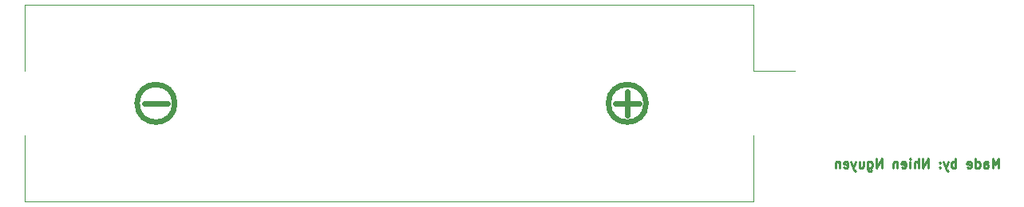
<source format=gbr>
%TF.GenerationSoftware,KiCad,Pcbnew,8.0.6*%
%TF.CreationDate,2025-01-24T00:07:20+07:00*%
%TF.ProjectId,esp_gamepad_v2,6573705f-6761-46d6-9570-61645f76322e,rev?*%
%TF.SameCoordinates,Original*%
%TF.FileFunction,Legend,Bot*%
%TF.FilePolarity,Positive*%
%FSLAX46Y46*%
G04 Gerber Fmt 4.6, Leading zero omitted, Abs format (unit mm)*
G04 Created by KiCad (PCBNEW 8.0.6) date 2025-01-24 00:07:20*
%MOMM*%
%LPD*%
G01*
G04 APERTURE LIST*
%ADD10C,0.250000*%
%ADD11C,0.120000*%
%ADD12C,0.600000*%
G04 APERTURE END LIST*
D10*
X216166666Y-125864619D02*
X216166666Y-124864619D01*
X216166666Y-124864619D02*
X215833333Y-125578904D01*
X215833333Y-125578904D02*
X215500000Y-124864619D01*
X215500000Y-124864619D02*
X215500000Y-125864619D01*
X214595238Y-125864619D02*
X214595238Y-125340809D01*
X214595238Y-125340809D02*
X214642857Y-125245571D01*
X214642857Y-125245571D02*
X214738095Y-125197952D01*
X214738095Y-125197952D02*
X214928571Y-125197952D01*
X214928571Y-125197952D02*
X215023809Y-125245571D01*
X214595238Y-125817000D02*
X214690476Y-125864619D01*
X214690476Y-125864619D02*
X214928571Y-125864619D01*
X214928571Y-125864619D02*
X215023809Y-125817000D01*
X215023809Y-125817000D02*
X215071428Y-125721761D01*
X215071428Y-125721761D02*
X215071428Y-125626523D01*
X215071428Y-125626523D02*
X215023809Y-125531285D01*
X215023809Y-125531285D02*
X214928571Y-125483666D01*
X214928571Y-125483666D02*
X214690476Y-125483666D01*
X214690476Y-125483666D02*
X214595238Y-125436047D01*
X213690476Y-125864619D02*
X213690476Y-124864619D01*
X213690476Y-125817000D02*
X213785714Y-125864619D01*
X213785714Y-125864619D02*
X213976190Y-125864619D01*
X213976190Y-125864619D02*
X214071428Y-125817000D01*
X214071428Y-125817000D02*
X214119047Y-125769380D01*
X214119047Y-125769380D02*
X214166666Y-125674142D01*
X214166666Y-125674142D02*
X214166666Y-125388428D01*
X214166666Y-125388428D02*
X214119047Y-125293190D01*
X214119047Y-125293190D02*
X214071428Y-125245571D01*
X214071428Y-125245571D02*
X213976190Y-125197952D01*
X213976190Y-125197952D02*
X213785714Y-125197952D01*
X213785714Y-125197952D02*
X213690476Y-125245571D01*
X212833333Y-125817000D02*
X212928571Y-125864619D01*
X212928571Y-125864619D02*
X213119047Y-125864619D01*
X213119047Y-125864619D02*
X213214285Y-125817000D01*
X213214285Y-125817000D02*
X213261904Y-125721761D01*
X213261904Y-125721761D02*
X213261904Y-125340809D01*
X213261904Y-125340809D02*
X213214285Y-125245571D01*
X213214285Y-125245571D02*
X213119047Y-125197952D01*
X213119047Y-125197952D02*
X212928571Y-125197952D01*
X212928571Y-125197952D02*
X212833333Y-125245571D01*
X212833333Y-125245571D02*
X212785714Y-125340809D01*
X212785714Y-125340809D02*
X212785714Y-125436047D01*
X212785714Y-125436047D02*
X213261904Y-125531285D01*
X211595237Y-125864619D02*
X211595237Y-124864619D01*
X211595237Y-125245571D02*
X211499999Y-125197952D01*
X211499999Y-125197952D02*
X211309523Y-125197952D01*
X211309523Y-125197952D02*
X211214285Y-125245571D01*
X211214285Y-125245571D02*
X211166666Y-125293190D01*
X211166666Y-125293190D02*
X211119047Y-125388428D01*
X211119047Y-125388428D02*
X211119047Y-125674142D01*
X211119047Y-125674142D02*
X211166666Y-125769380D01*
X211166666Y-125769380D02*
X211214285Y-125817000D01*
X211214285Y-125817000D02*
X211309523Y-125864619D01*
X211309523Y-125864619D02*
X211499999Y-125864619D01*
X211499999Y-125864619D02*
X211595237Y-125817000D01*
X210785713Y-125197952D02*
X210547618Y-125864619D01*
X210309523Y-125197952D02*
X210547618Y-125864619D01*
X210547618Y-125864619D02*
X210642856Y-126102714D01*
X210642856Y-126102714D02*
X210690475Y-126150333D01*
X210690475Y-126150333D02*
X210785713Y-126197952D01*
X209928570Y-125769380D02*
X209880951Y-125817000D01*
X209880951Y-125817000D02*
X209928570Y-125864619D01*
X209928570Y-125864619D02*
X209976189Y-125817000D01*
X209976189Y-125817000D02*
X209928570Y-125769380D01*
X209928570Y-125769380D02*
X209928570Y-125864619D01*
X209928570Y-125245571D02*
X209880951Y-125293190D01*
X209880951Y-125293190D02*
X209928570Y-125340809D01*
X209928570Y-125340809D02*
X209976189Y-125293190D01*
X209976189Y-125293190D02*
X209928570Y-125245571D01*
X209928570Y-125245571D02*
X209928570Y-125340809D01*
X208690475Y-125864619D02*
X208690475Y-124864619D01*
X208690475Y-124864619D02*
X208119047Y-125864619D01*
X208119047Y-125864619D02*
X208119047Y-124864619D01*
X207642856Y-125864619D02*
X207642856Y-124864619D01*
X207214285Y-125864619D02*
X207214285Y-125340809D01*
X207214285Y-125340809D02*
X207261904Y-125245571D01*
X207261904Y-125245571D02*
X207357142Y-125197952D01*
X207357142Y-125197952D02*
X207499999Y-125197952D01*
X207499999Y-125197952D02*
X207595237Y-125245571D01*
X207595237Y-125245571D02*
X207642856Y-125293190D01*
X206738094Y-125864619D02*
X206738094Y-125197952D01*
X206738094Y-124864619D02*
X206785713Y-124912238D01*
X206785713Y-124912238D02*
X206738094Y-124959857D01*
X206738094Y-124959857D02*
X206690475Y-124912238D01*
X206690475Y-124912238D02*
X206738094Y-124864619D01*
X206738094Y-124864619D02*
X206738094Y-124959857D01*
X205880952Y-125817000D02*
X205976190Y-125864619D01*
X205976190Y-125864619D02*
X206166666Y-125864619D01*
X206166666Y-125864619D02*
X206261904Y-125817000D01*
X206261904Y-125817000D02*
X206309523Y-125721761D01*
X206309523Y-125721761D02*
X206309523Y-125340809D01*
X206309523Y-125340809D02*
X206261904Y-125245571D01*
X206261904Y-125245571D02*
X206166666Y-125197952D01*
X206166666Y-125197952D02*
X205976190Y-125197952D01*
X205976190Y-125197952D02*
X205880952Y-125245571D01*
X205880952Y-125245571D02*
X205833333Y-125340809D01*
X205833333Y-125340809D02*
X205833333Y-125436047D01*
X205833333Y-125436047D02*
X206309523Y-125531285D01*
X205404761Y-125197952D02*
X205404761Y-125864619D01*
X205404761Y-125293190D02*
X205357142Y-125245571D01*
X205357142Y-125245571D02*
X205261904Y-125197952D01*
X205261904Y-125197952D02*
X205119047Y-125197952D01*
X205119047Y-125197952D02*
X205023809Y-125245571D01*
X205023809Y-125245571D02*
X204976190Y-125340809D01*
X204976190Y-125340809D02*
X204976190Y-125864619D01*
X203738094Y-125864619D02*
X203738094Y-124864619D01*
X203738094Y-124864619D02*
X203166666Y-125864619D01*
X203166666Y-125864619D02*
X203166666Y-124864619D01*
X202261904Y-125197952D02*
X202261904Y-126007476D01*
X202261904Y-126007476D02*
X202309523Y-126102714D01*
X202309523Y-126102714D02*
X202357142Y-126150333D01*
X202357142Y-126150333D02*
X202452380Y-126197952D01*
X202452380Y-126197952D02*
X202595237Y-126197952D01*
X202595237Y-126197952D02*
X202690475Y-126150333D01*
X202261904Y-125817000D02*
X202357142Y-125864619D01*
X202357142Y-125864619D02*
X202547618Y-125864619D01*
X202547618Y-125864619D02*
X202642856Y-125817000D01*
X202642856Y-125817000D02*
X202690475Y-125769380D01*
X202690475Y-125769380D02*
X202738094Y-125674142D01*
X202738094Y-125674142D02*
X202738094Y-125388428D01*
X202738094Y-125388428D02*
X202690475Y-125293190D01*
X202690475Y-125293190D02*
X202642856Y-125245571D01*
X202642856Y-125245571D02*
X202547618Y-125197952D01*
X202547618Y-125197952D02*
X202357142Y-125197952D01*
X202357142Y-125197952D02*
X202261904Y-125245571D01*
X201357142Y-125197952D02*
X201357142Y-125864619D01*
X201785713Y-125197952D02*
X201785713Y-125721761D01*
X201785713Y-125721761D02*
X201738094Y-125817000D01*
X201738094Y-125817000D02*
X201642856Y-125864619D01*
X201642856Y-125864619D02*
X201499999Y-125864619D01*
X201499999Y-125864619D02*
X201404761Y-125817000D01*
X201404761Y-125817000D02*
X201357142Y-125769380D01*
X200976189Y-125197952D02*
X200738094Y-125864619D01*
X200499999Y-125197952D02*
X200738094Y-125864619D01*
X200738094Y-125864619D02*
X200833332Y-126102714D01*
X200833332Y-126102714D02*
X200880951Y-126150333D01*
X200880951Y-126150333D02*
X200976189Y-126197952D01*
X199738094Y-125817000D02*
X199833332Y-125864619D01*
X199833332Y-125864619D02*
X200023808Y-125864619D01*
X200023808Y-125864619D02*
X200119046Y-125817000D01*
X200119046Y-125817000D02*
X200166665Y-125721761D01*
X200166665Y-125721761D02*
X200166665Y-125340809D01*
X200166665Y-125340809D02*
X200119046Y-125245571D01*
X200119046Y-125245571D02*
X200023808Y-125197952D01*
X200023808Y-125197952D02*
X199833332Y-125197952D01*
X199833332Y-125197952D02*
X199738094Y-125245571D01*
X199738094Y-125245571D02*
X199690475Y-125340809D01*
X199690475Y-125340809D02*
X199690475Y-125436047D01*
X199690475Y-125436047D02*
X200166665Y-125531285D01*
X199261903Y-125197952D02*
X199261903Y-125864619D01*
X199261903Y-125293190D02*
X199214284Y-125245571D01*
X199214284Y-125245571D02*
X199119046Y-125197952D01*
X199119046Y-125197952D02*
X198976189Y-125197952D01*
X198976189Y-125197952D02*
X198880951Y-125245571D01*
X198880951Y-125245571D02*
X198833332Y-125340809D01*
X198833332Y-125340809D02*
X198833332Y-125864619D01*
D11*
%TO.C,BT1*%
X112860000Y-108580000D02*
X112860000Y-115560000D01*
X112860000Y-129440000D02*
X112860000Y-122440000D01*
D12*
X128000000Y-119000000D02*
X125500000Y-119000000D01*
X175500000Y-119000000D02*
X178000000Y-119000000D01*
X176750000Y-117750000D02*
X176750000Y-120250000D01*
D11*
X190140000Y-108560000D02*
X112860000Y-108560000D01*
X190140000Y-115560000D02*
X190140000Y-108560000D01*
X190140000Y-122440000D02*
X190140000Y-129440000D01*
X190140000Y-129440000D02*
X112860000Y-129440000D01*
X194500000Y-115560000D02*
X190140000Y-115560000D01*
D12*
X128750000Y-119000000D02*
G75*
G02*
X124750000Y-119000000I-2000000J0D01*
G01*
X124750000Y-119000000D02*
G75*
G02*
X128750000Y-119000000I2000000J0D01*
G01*
X178750000Y-119000000D02*
G75*
G02*
X174750000Y-119000000I-2000000J0D01*
G01*
X174750000Y-119000000D02*
G75*
G02*
X178750000Y-119000000I2000000J0D01*
G01*
%TD*%
M02*

</source>
